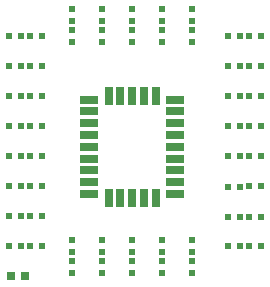
<source format=gbr>
G04 #@! TF.GenerationSoftware,KiCad,Pcbnew,5.1.10*
G04 #@! TF.CreationDate,2021-08-13T17:50:11+08:00*
G04 #@! TF.ProjectId,kudo-printer,6b75646f-2d70-4726-996e-7465722e6b69,rev?*
G04 #@! TF.SameCoordinates,PX2160ec0PY2255100*
G04 #@! TF.FileFunction,Paste,Top*
G04 #@! TF.FilePolarity,Positive*
%FSLAX46Y46*%
G04 Gerber Fmt 4.6, Leading zero omitted, Abs format (unit mm)*
G04 Created by KiCad (PCBNEW 5.1.10) date 2021-08-13 17:50:11*
%MOMM*%
%LPD*%
G01*
G04 APERTURE LIST*
%ADD10R,0.600000X0.500000*%
%ADD11R,0.500000X0.600000*%
%ADD12R,0.700000X0.670000*%
%ADD13R,0.700000X1.500000*%
%ADD14R,1.500000X0.700000*%
G04 APERTURE END LIST*
D10*
X11537500Y-5400000D03*
X11537500Y-6400000D03*
D11*
X23200000Y-23700000D03*
X22200000Y-23700000D03*
X23200000Y-13539284D03*
X22200000Y-13539284D03*
X23200000Y-16085712D03*
X22200000Y-16085712D03*
X23200000Y-18632140D03*
X22200000Y-18632140D03*
X23200000Y-21178568D03*
X22200000Y-21178568D03*
D10*
X14062500Y-24175000D03*
X14062500Y-23175000D03*
X9000000Y-5400000D03*
X9000000Y-6400000D03*
D11*
X5450000Y-16071428D03*
X6450000Y-16071428D03*
X5450000Y-13528571D03*
X6450000Y-13528571D03*
X5450000Y-5900000D03*
X6450000Y-5900000D03*
X5450000Y-23700000D03*
X6450000Y-23700000D03*
D10*
X14075000Y-5400000D03*
X14075000Y-6400000D03*
D11*
X5450000Y-10985714D03*
X6450000Y-10985714D03*
D10*
X8975000Y-24175000D03*
X8975000Y-23175000D03*
X19150000Y-24175000D03*
X19150000Y-23175000D03*
D11*
X23200000Y-5900000D03*
X22200000Y-5900000D03*
X23200000Y-8446428D03*
X22200000Y-8446428D03*
X23200000Y-10992856D03*
X22200000Y-10992856D03*
X5450000Y-8442857D03*
X6450000Y-8442857D03*
D10*
X11518750Y-24175000D03*
X11518750Y-23175000D03*
D11*
X5450000Y-18614285D03*
X6450000Y-18614285D03*
X5450000Y-21157142D03*
X6450000Y-21157142D03*
D12*
X4975000Y-26225000D03*
X3775000Y-26225000D03*
D11*
X4675000Y-5900000D03*
X3675000Y-5900000D03*
X4675000Y-8442857D03*
X3675000Y-8442857D03*
X4675000Y-10985714D03*
X3675000Y-10985714D03*
X4675000Y-13528571D03*
X3675000Y-13528571D03*
X4675000Y-16071428D03*
X3675000Y-16071428D03*
X4675000Y-18614285D03*
X3675000Y-18614285D03*
X4675000Y-21157142D03*
X3675000Y-21157142D03*
X4675000Y-23700000D03*
X3675000Y-23700000D03*
D10*
X9000000Y-4625000D03*
X9000000Y-3625000D03*
X8975000Y-24950000D03*
X8975000Y-25950000D03*
X11537500Y-4625000D03*
X11537500Y-3625000D03*
X11518750Y-24950000D03*
X11518750Y-25950000D03*
X14075000Y-4625000D03*
X14075000Y-3625000D03*
X14062500Y-24950000D03*
X14062500Y-25950000D03*
X16612500Y-4625000D03*
X16612500Y-3625000D03*
X16606250Y-24950000D03*
X16606250Y-25950000D03*
X19150000Y-4625000D03*
X19150000Y-3625000D03*
X19150000Y-24950000D03*
X19150000Y-25950000D03*
D11*
X23975000Y-5900000D03*
X24975000Y-5900000D03*
X23975000Y-8442857D03*
X24975000Y-8442857D03*
X23975000Y-10985714D03*
X24975000Y-10985714D03*
X23975000Y-13528571D03*
X24975000Y-13528571D03*
X23975000Y-16071428D03*
X24975000Y-16071428D03*
X23975000Y-18614285D03*
X24975000Y-18614285D03*
X23975000Y-21175000D03*
X24975000Y-21175000D03*
X23975000Y-23700000D03*
X24975000Y-23700000D03*
D13*
X12075000Y-10975000D03*
X13075000Y-10975000D03*
X14075000Y-10975000D03*
X15075000Y-10975000D03*
X16075000Y-10975000D03*
D14*
X17725000Y-11275000D03*
X17725000Y-12275000D03*
X17725000Y-13275000D03*
X17725000Y-14275000D03*
X17725000Y-15275000D03*
X17725000Y-16275000D03*
X17725000Y-17275000D03*
X17725000Y-18275000D03*
X17725000Y-19275000D03*
D13*
X16075000Y-19575000D03*
X15075000Y-19575000D03*
X14075000Y-19575000D03*
X13075000Y-19575000D03*
X12075000Y-19575000D03*
D14*
X10425000Y-19275000D03*
X10425000Y-18275000D03*
X10425000Y-17275000D03*
X10425000Y-16275000D03*
X10425000Y-15275000D03*
X10425000Y-14275000D03*
X10425000Y-13275000D03*
X10425000Y-12275000D03*
X10425000Y-11275000D03*
D10*
X16606250Y-24175000D03*
X16606250Y-23175000D03*
X19150000Y-5400000D03*
X19150000Y-6400000D03*
X16612500Y-5400000D03*
X16612500Y-6400000D03*
M02*

</source>
